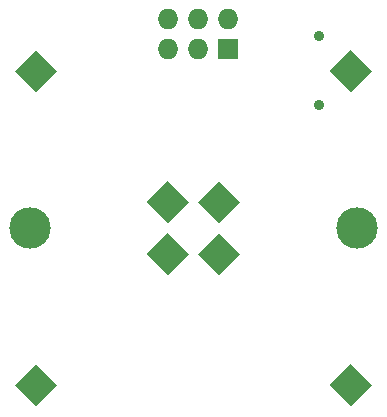
<source format=gbs>
G04 #@! TF.FileFunction,Soldermask,Bot*
%FSLAX46Y46*%
G04 Gerber Fmt 4.6, Leading zero omitted, Abs format (unit mm)*
G04 Created by KiCad (PCBNEW (2015-03-02 BZR 5466)-product) date Fri 06 Mar 2015 00:37:45 GMT*
%MOMM*%
G01*
G04 APERTURE LIST*
%ADD10C,0.100000*%
%ADD11C,3.500000*%
%ADD12R,1.727200X1.727200*%
%ADD13O,1.727200X1.727200*%
%ADD14C,0.900000*%
G04 APERTURE END LIST*
D10*
D11*
X83566000Y-83185000D03*
X111252000Y-83185000D03*
D12*
X100330000Y-68072000D03*
D13*
X100330000Y-65532000D03*
X97790000Y-68072000D03*
X97790000Y-65532000D03*
X95250000Y-68072000D03*
X95250000Y-65532000D03*
D10*
G36*
X84094241Y-98295810D02*
X82298190Y-96499759D01*
X84094241Y-94703708D01*
X85890292Y-96499759D01*
X84094241Y-98295810D01*
X84094241Y-98295810D01*
G37*
G36*
X95229759Y-87160292D02*
X93433708Y-85364241D01*
X95229759Y-83568190D01*
X97025810Y-85364241D01*
X95229759Y-87160292D01*
X95229759Y-87160292D01*
G37*
G36*
X112519810Y-96499759D02*
X110723759Y-98295810D01*
X108927708Y-96499759D01*
X110723759Y-94703708D01*
X112519810Y-96499759D01*
X112519810Y-96499759D01*
G37*
G36*
X101384292Y-85364241D02*
X99588241Y-87160292D01*
X97792190Y-85364241D01*
X99588241Y-83568190D01*
X101384292Y-85364241D01*
X101384292Y-85364241D01*
G37*
G36*
X110723759Y-68074190D02*
X112519810Y-69870241D01*
X110723759Y-71666292D01*
X108927708Y-69870241D01*
X110723759Y-68074190D01*
X110723759Y-68074190D01*
G37*
G36*
X99588241Y-79209708D02*
X101384292Y-81005759D01*
X99588241Y-82801810D01*
X97792190Y-81005759D01*
X99588241Y-79209708D01*
X99588241Y-79209708D01*
G37*
G36*
X82298190Y-69870241D02*
X84094241Y-68074190D01*
X85890292Y-69870241D01*
X84094241Y-71666292D01*
X82298190Y-69870241D01*
X82298190Y-69870241D01*
G37*
G36*
X93433708Y-81005759D02*
X95229759Y-79209708D01*
X97025810Y-81005759D01*
X95229759Y-82801810D01*
X93433708Y-81005759D01*
X93433708Y-81005759D01*
G37*
D14*
X108080000Y-72775000D03*
X108080000Y-66925000D03*
M02*

</source>
